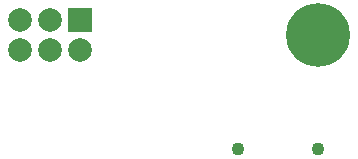
<source format=gbs>
G04*
G04 #@! TF.GenerationSoftware,Altium Limited,Altium Designer,22.11.1 (43)*
G04*
G04 Layer_Color=16711935*
%FSLAX25Y25*%
%MOIN*%
G70*
G04*
G04 #@! TF.SameCoordinates,88FEEC96-C8F5-481B-BEC2-3E2380618A1E*
G04*
G04*
G04 #@! TF.FilePolarity,Negative*
G04*
G01*
G75*
%ADD21C,0.04343*%
%ADD22C,0.07887*%
%ADD23R,0.07887X0.07887*%
%ADD24C,0.01981*%
%ADD25C,0.21272*%
D21*
X-26772Y-37795D02*
D03*
X0D02*
D03*
D22*
X-99173Y-5000D02*
D03*
Y5000D02*
D03*
X-89173Y-5000D02*
D03*
Y5000D02*
D03*
X-79173Y-5000D02*
D03*
D23*
Y5000D02*
D03*
D24*
X5568Y-5568D02*
D03*
X0Y-7874D02*
D03*
X-5568Y-5568D02*
D03*
X-7874Y0D02*
D03*
X-5568Y5568D02*
D03*
X0Y7874D02*
D03*
X5568Y5568D02*
D03*
X7874Y0D02*
D03*
D25*
X0D02*
D03*
M02*

</source>
